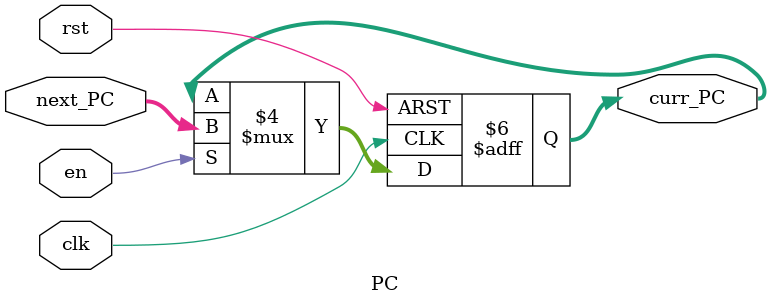
<source format=v>
`timescale 1ns / 1ps
module PC(
	input clk,
	input rst,
	input [31:0]next_PC,
	input en,
	output reg [31:0]curr_PC
    );

always@(posedge clk or negedge rst)
begin
	if(~rst)curr_PC<=0;
	else if(en)
		curr_PC<=next_PC;
	else curr_PC<=curr_PC;
end

endmodule

</source>
